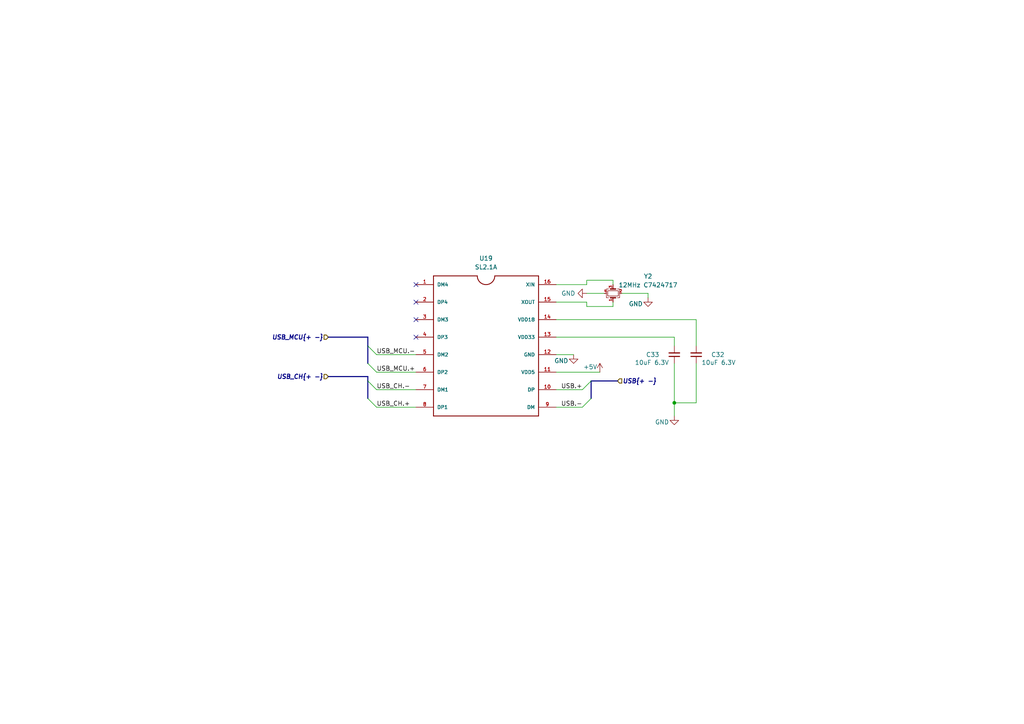
<source format=kicad_sch>
(kicad_sch (version 20231120) (generator "eeschema") (generator_version "8.0")
  (paper "A4")
  (title_block (title "USB 2.1 HUB") (date "2025-02-04") (rev "A") (company "Artem Horiunov") (comment 1 "DESIGNED IN POLAND"))
  (lib_symbols
    (symbol "Device:C_Small" (pin_numbers hide) (pin_names (offset 0.254) hide)
      (property "Reference" "C" (at 0.254 1.778 0))
      (property "Value" "C_Small" (at 0.254 -2.032 0))
      (symbol "C_Small_0_1"
        (polyline (pts (xy -1.524 -0.508) (xy 1.524 -0.508)) (stroke (width 0.3302)))
        (polyline (pts (xy -1.524 0.508) (xy 1.524 0.508)) (stroke (width 0.3048)))
      )
      (symbol "C_Small_1_1"
        (pin passive line (at 0 2.54 270) (length 2.032) (name "~") (number "1"))
        (pin passive line (at 0 -2.54 90) (length 2.032) (name "~") (number "2"))
      )
    )
    (symbol "Device:Crystal_GND24_Small" (pin_names (offset 1.016) hide)
      (property "Reference" "Y" (at 1.27 4.445 0))
      (property "Value" "Crystal_GND24_Small" (at 1.27 2.54 0))
      (symbol "Crystal_GND24_Small_0_1"
        (rectangle (start -0.762 -1.524) (end 0.762 1.524))
        (polyline (pts (xy -1.27 -0.762) (xy -1.27 0.762)) (stroke (width 0.381)))
        (polyline (pts (xy 1.27 -0.762) (xy 1.27 0.762)) (stroke (width 0.381)))
        (polyline (pts (xy -1.27 -1.27) (xy -1.27 -1.905) (xy 1.27 -1.905) (xy 1.27 -1.27)))
        (polyline (pts (xy -1.27 1.27) (xy -1.27 1.905) (xy 1.27 1.905) (xy 1.27 1.27)))
      )
      (symbol "Crystal_GND24_Small_1_1"
        (pin passive line (at -2.54 0 0) (length 1.27) (name "1") (number "1"))
        (pin passive line (at 0 -2.54 90) (length 0.635) (name "2") (number "2"))
        (pin passive line (at 2.54 0 180) (length 1.27) (name "3") (number "3"))
        (pin passive line (at 0 2.54 270) (length 0.635) (name "4") (number "4"))
      )
    )
    (symbol "SL2.1A:SL2.1A" (pin_names (offset 1.016))
      (property "Reference" "U" (at 0 22.86 0))
      (property "Value" "SL2.1A" (at 0 -22.86 0))
      (symbol "SL2.1A_0_0"
        (arc (start -2.54 20.32) (mid 0 17.791) (end 2.54 20.32) (stroke (width 0.254)))
        (polyline (pts (xy -15.24 -20.32) (xy 15.24 -20.32)) (stroke (width 0.254)))
        (polyline (pts (xy -15.24 20.32) (xy -15.24 -20.32)) (stroke (width 0.254)))
        (polyline (pts (xy -2.54 20.32) (xy -15.24 20.32)) (stroke (width 0.254)))
        (polyline (pts (xy 15.24 -20.32) (xy 15.24 20.32)) (stroke (width 0.254)))
        (polyline (pts (xy 15.24 20.32) (xy 2.54 20.32)) (stroke (width 0.254)))
        (pin bidirectional line (at -20.32 17.78 0) (length 5.08) (name "DM4") (number "1"))
        (pin bidirectional line (at 20.32 -12.7 180) (length 5.08) (name "DP") (number "10"))
        (pin bidirectional line (at 20.32 -7.62 180) (length 5.08) (name "VDD5") (number "11"))
        (pin bidirectional line (at 20.32 -2.54 180) (length 5.08) (name "GND") (number "12"))
        (pin bidirectional line (at 20.32 2.54 180) (length 5.08) (name "VDD33") (number "13"))
        (pin bidirectional line (at 20.32 7.62 180) (length 5.08) (name "VDD18") (number "14"))
        (pin bidirectional line (at 20.32 12.7 180) (length 5.08) (name "XOUT") (number "15"))
        (pin bidirectional line (at 20.32 17.78 180) (length 5.08) (name "XIN") (number "16"))
        (pin bidirectional line (at -20.32 12.7 0) (length 5.08) (name "DP4") (number "2"))
        (pin bidirectional line (at -20.32 7.62 0) (length 5.08) (name "DM3") (number "3"))
        (pin bidirectional line (at -20.32 2.54 0) (length 5.08) (name "DP3") (number "4"))
        (pin bidirectional line (at -20.32 -2.54 0) (length 5.08) (name "DM2") (number "5"))
        (pin bidirectional line (at -20.32 -7.62 0) (length 5.08) (name "DP2") (number "6"))
        (pin bidirectional line (at -20.32 -12.7 0) (length 5.08) (name "DM1") (number "7"))
        (pin bidirectional line (at -20.32 -17.78 0) (length 5.08) (name "DP1") (number "8"))
        (pin bidirectional line (at 20.32 -17.78 180) (length 5.08) (name "DM") (number "9"))
      )
    )
    (symbol "power:+5V" (power) (pin_numbers hide) (pin_names (offset 0) hide)
      (property "Value" "+5V" (at 0 3.556 0))
      (symbol "+5V_0_1"
        (polyline (pts (xy -0.762 1.27) (xy 0 2.54)))
        (polyline (pts (xy 0 0) (xy 0 2.54)))
        (polyline (pts (xy 0 2.54) (xy 0.762 1.27)))
      )
      (symbol "+5V_1_1"
        (pin power_in line (at 0 0 90) (length 0) (name "~") (number "1"))
      )
    )
    (symbol "power:GND" (power) (pin_names (offset 0))
      (property "Value" "GND" (at 0 -3.81 0))
      (symbol "GND_0_1"
        (polyline (pts (xy 0 0) (xy 0 -1.27) (xy 1.27 -1.27) (xy 0 -2.54) (xy -1.27 -1.27) (xy 0 -1.27)))
      )
      (symbol "GND_1_1"
        (pin power_in line (at 0 0 270) (length 0) hide (name "GND") (number "1"))
      )
    )
  )
  (junction (at 195.58 116.84))
  (no_connect (at 120.65 92.71))
  (no_connect (at 120.65 97.79))
  (no_connect (at 120.65 82.55))
  (no_connect (at 120.65 87.63))
  (bus_entry (at 109.22 113.03) (size -2.54 -2.54))
  (bus_entry (at 109.22 102.87) (size -2.54 -2.54))
  (bus_entry (at 109.22 118.11) (size -2.54 -2.54))
  (bus_entry (at 168.91 118.11) (size 2.54 -2.54))
  (bus_entry (at 109.22 107.95) (size -2.54 -2.54))
  (bus_entry (at 168.91 113.03) (size 2.54 -2.54))
  (wire (pts (xy 109.22 102.87) (xy 120.65 102.87)))
  (wire (pts (xy 161.29 113.03) (xy 168.91 113.03)))
  (wire (pts (xy 195.58 120.65) (xy 195.58 116.84)))
  (wire (pts (xy 177.8 88.9) (xy 170.18 88.9)))
  (bus (pts (xy 106.68 110.49) (xy 106.68 115.57)))
  (wire (pts (xy 161.29 82.55) (xy 170.18 82.55)))
  (wire (pts (xy 170.18 85.09) (xy 175.26 85.09)))
  (wire (pts (xy 177.8 81.28) (xy 177.8 82.55)))
  (wire (pts (xy 109.22 113.03) (xy 120.65 113.03)))
  (bus (pts (xy 106.68 109.22) (xy 106.68 110.49)))
  (wire (pts (xy 195.58 116.84) (xy 201.93 116.84)))
  (wire (pts (xy 170.18 87.63) (xy 161.29 87.63)))
  (wire (pts (xy 170.18 82.55) (xy 170.18 81.28)))
  (bus (pts (xy 106.68 100.33) (xy 106.68 97.79)))
  (wire (pts (xy 195.58 100.33) (xy 195.58 97.79)))
  (wire (pts (xy 177.8 87.63) (xy 177.8 88.9)))
  (wire (pts (xy 201.93 105.41) (xy 201.93 116.84)))
  (wire (pts (xy 161.29 92.71) (xy 201.93 92.71)))
  (wire (pts (xy 195.58 105.41) (xy 195.58 116.84)))
  (wire (pts (xy 161.29 118.11) (xy 168.91 118.11)))
  (wire (pts (xy 170.18 88.9) (xy 170.18 87.63)))
  (wire (pts (xy 180.34 85.09) (xy 187.96 85.09)))
  (wire (pts (xy 161.29 107.95) (xy 173.99 107.95)))
  (wire (pts (xy 109.22 107.95) (xy 120.65 107.95)))
  (wire (pts (xy 109.22 118.11) (xy 120.65 118.11)))
  (bus (pts (xy 95.25 109.22) (xy 106.68 109.22)))
  (wire (pts (xy 187.96 85.09) (xy 187.96 86.36)))
  (bus (pts (xy 171.45 110.49) (xy 171.45 115.57)))
  (wire (pts (xy 195.58 97.79) (xy 161.29 97.79)))
  (wire (pts (xy 170.18 81.28) (xy 177.8 81.28)))
  (wire (pts (xy 201.93 92.71) (xy 201.93 100.33)))
  (wire (pts (xy 166.37 102.87) (xy 161.29 102.87)))
  (bus (pts (xy 106.68 100.33) (xy 106.68 105.41)))
  (bus (pts (xy 95.25 97.79) (xy 106.68 97.79)))
  (bus (pts (xy 179.07 110.49) (xy 171.45 110.49)))
  (label "USB.-" (at 168.91 118.11 180))
  (label "USB_CH.+" (at 109.22 118.11 0))
  (label "USB_MCU.-" (at 109.22 102.87 0))
  (label "USB_MCU.+" (at 109.22 107.95 0))
  (label "USB_CH.-" (at 109.22 113.03 0))
  (label "USB.+" (at 168.91 113.03 180))
  (hierarchical_label "USB{+ -}" (shape input) (at 179.07 110.49 0) (effects (font (thickness 0.254) (bold yes) (italic yes))))
  (hierarchical_label "USB_MCU{+ -}" (shape input) (at 95.25 97.79 180) (effects (font (thickness 0.254) (bold yes) (italic yes))))
  (hierarchical_label "USB_CH{+ -}" (shape input) (at 95.25 109.22 180) (effects (font (thickness 0.254) (bold yes) (italic yes))))
  (symbol (lib_id "Device:Crystal_GND24_Small") (at 177.8 85.09 90) (unit 1)
    (property "Reference" "Y2" (at 187.96 80.1369 90))
    (property "Value" "12MHz C7424717" (at 187.96 82.6769 90))
    (property "Footprint" "Crystal:Crystal_SMD_3225-4Pin_3.2x2.5mm" (effects (hide yes)))
    (property "Description" "Four pin crystal, GND on pins 2 and 4, small symbol" (effects (hide yes)))
  )
  (symbol (lib_id "power:GND") (at 187.96 86.36 0) (unit 1)
    (property "Reference" "#PWR0124" (effects (hide yes)))
    (property "Value" "GND" (at 186.436 88.138 0) (effects (justify right)))
  )
  (symbol (lib_id "power:GND") (at 166.37 102.87 0) (unit 1)
    (property "Reference" "#PWR084" (effects (hide yes)))
    (property "Value" "GND" (at 164.846 104.648 0) (effects (justify right)))
  )
  (symbol (lib_id "Device:C_Small") (at 195.58 102.87 180) (unit 1)
    (property "Reference" "C33" (at 191.262 102.87 0) (effects (justify left)))
    (property "Value" "10uF 6.3V" (at 194.056 105.156 0) (effects (justify left)))
    (property "Footprint" "Capacitor_SMD:C_0603_1608Metric" (effects (hide yes)))
    (property "Description" "Unpolarized capacitor, small symbol" (effects (hide yes)))
  )
  (symbol (lib_id "power:+5V") (at 173.99 107.95 0) (unit 1)
    (property "Reference" "#PWR083" (effects (hide yes)))
    (property "Value" "+5V" (at 171.196 106.426 0))
    (property "Description" "Power symbol creates a global label with name \"+5V\"" (effects (hide yes)))
  )
  (symbol (lib_id "Device:C_Small") (at 201.93 102.87 0) (mirror x) (unit 1)
    (property "Reference" "C32" (at 206.248 102.87 0) (effects (justify left)))
    (property "Value" "10uF 6.3V" (at 203.454 105.156 0) (effects (justify left)))
    (property "Footprint" "Capacitor_SMD:C_0603_1608Metric" (effects (hide yes)))
    (property "Description" "Unpolarized capacitor, small symbol" (effects (hide yes)))
  )
  (symbol (lib_id "SL2.1A:SL2.1A") (at 140.97 100.33 0) (unit 1)
    (property "Reference" "U19" (at 140.97 74.93 0))
    (property "Value" "SL2.1A" (at 140.97 77.47 0))
    (property "Footprint" "Package_SO:SO-16_3.9x9.9mm_P1.27mm" (effects (hide yes)))
    (property "MF" "CoreChips ShenZhen CO.,Ltd" (effects (hide yes)))
    (property "Description_1" "\n                        \n                            USB 2.0 HIGH SPEED 4-PORT HUB CONTROLLER \n                        \n" (effects (hide yes)))
    (property "Package" "Package" (effects (hide yes)))
    (property "Price" "None" (effects (hide yes)))
    (property "SnapEDA_Link" "https://www.snapeda.com/parts/SL2.1A/CoreChips+ShenZhen+CO.%252CLtd/view-part/?ref=snap" (effects (hide yes)))
    (property "MP" "SL2.1A" (effects (hide yes)))
    (property "Availability" "Not in stock" (effects (hide yes)))
    (property "Check_prices" "https://www.snapeda.com/parts/SL2.1A/CoreChips+ShenZhen+CO.%252CLtd/view-part/?ref=eda" (effects (hide yes)))
  )
  (symbol (lib_id "power:GND") (at 170.18 85.09 270) (unit 1)
    (property "Reference" "#PWR0125" (effects (hide yes)))
    (property "Value" "GND" (at 166.878 85.09 90) (effects (justify right)))
  )
  (symbol (lib_id "power:GND") (at 195.58 120.65 0) (unit 1)
    (property "Reference" "#PWR085" (effects (hide yes)))
    (property "Value" "GND" (at 194.056 122.428 0) (effects (justify right)))
  )
)
</source>
